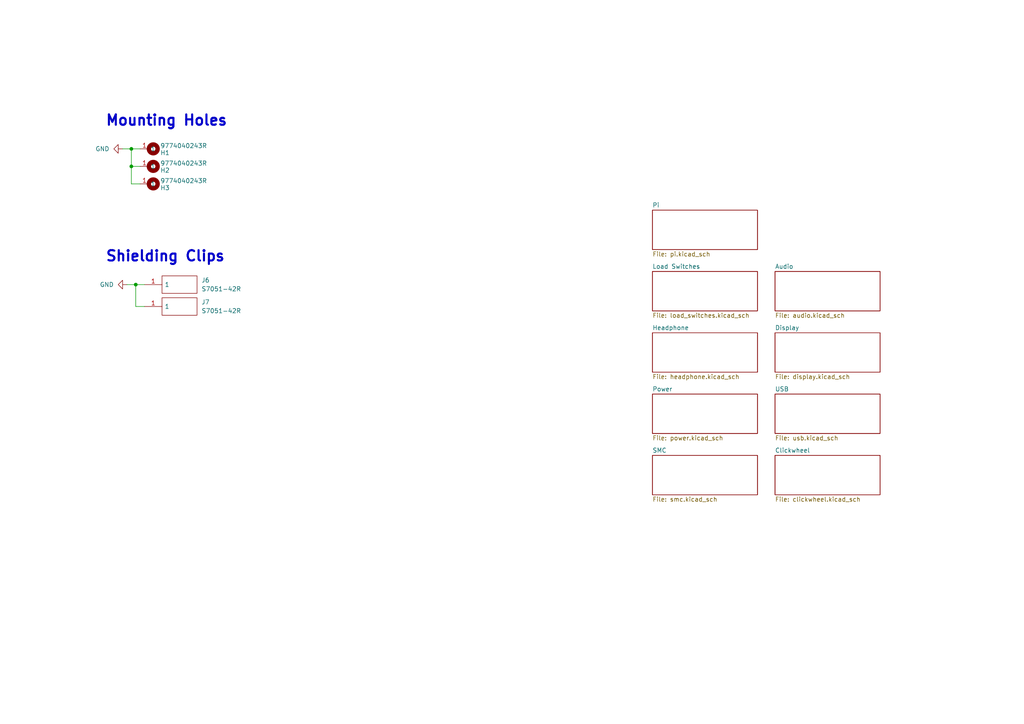
<source format=kicad_sch>
(kicad_sch (version 20211123) (generator eeschema)
  (paper "A4")
  (lib_symbols
    (symbol "gigahawk:9774040243R"
      (property "Reference" "H" (at 0 5.08 0))
      (property "Value" "9774040243R" (at 0 2.54 0))
      (symbol "9774040243R_0_1"
        (circle (center 0 -3.81) (radius 1.27) (stroke (width 1.27)))
      )
      (symbol "9774040243R_1_1"
        (pin input line (at 0 -7.62 90) (length 2.54) (name "1") (number "1"))
      )
    )
    (symbol "gigahawk:S7051-42R" (pin_names (offset 0.762))
      (property "Reference" "J" (at 16.51 7.62 0))
      (property "Value" "S7051-42R" (at 16.51 5.08 0))
      (symbol "S7051-42R_0_0"
        (pin passive line (at 0 0 0) (length 5.08) (name "1") (number "1"))
      )
      (symbol "S7051-42R_0_1"
        (polyline (pts (xy 5.08 2.54) (xy 15.24 2.54) (xy 15.24 -2.54) (xy 5.08 -2.54) (xy 5.08 2.54)) (stroke (width 0.1524)))
      )
    )
    (symbol "power:GND" (power) (pin_names (offset 0))
      (property "Value" "GND" (at 0 -3.81 0))
      (symbol "GND_0_1"
        (polyline (pts (xy 0 0) (xy 0 -1.27) (xy 1.27 -1.27) (xy 0 -2.54) (xy -1.27 -1.27) (xy 0 -1.27)))
      )
      (symbol "GND_1_1"
        (pin power_in line (at 0 0 270) (length 0) hide (name "GND") (number "1"))
      )
    )
  )
  (junction (at 38.1 43.18))
  (junction (at 39.37 82.55))
  (junction (at 38.1 48.26))
  (wire (pts (xy 40.64 53.34) (xy 38.1 53.34)))
  (wire (pts (xy 38.1 48.26) (xy 38.1 43.18)))
  (wire (pts (xy 36.83 82.55) (xy 39.37 82.55)))
  (wire (pts (xy 38.1 53.34) (xy 38.1 48.26)))
  (wire (pts (xy 39.37 82.55) (xy 41.91 82.55)))
  (wire (pts (xy 41.91 88.9) (xy 39.37 88.9)))
  (wire (pts (xy 40.64 48.26) (xy 38.1 48.26)))
  (wire (pts (xy 39.37 88.9) (xy 39.37 82.55)))
  (wire (pts (xy 35.56 43.18) (xy 38.1 43.18)))
  (wire (pts (xy 38.1 43.18) (xy 40.64 43.18)))
  (text "Mounting Holes" (at 30.48 36.83 0) (effects (font (size 3 3) (thickness 0.6) bold) (justify left bottom)))
  (text "Shielding Clips" (at 30.48 76.2 0) (effects (font (size 3 3) (thickness 0.6) bold) (justify left bottom)))
  (symbol (lib_id "gigahawk:S7051-42R") (at 41.91 88.9 0) (unit 1)
    (property "Reference" "J7" (at 58.42 87.6299 0) (effects (justify left)))
    (property "Value" "S7051-42R" (at 58.42 90.1699 0) (effects (justify left)))
    (property "Footprint" "Gigahawk:S705142R" (effects hide))
    (property "Datasheet" "https://cdn.harwin.com/pdfs/S7051R.pdf" (effects hide))
    (property "Description" "S7 PCB Connector Contact, SMT, Gold, Tin Plating" (effects hide))
    (property "Height" "6" (effects hide))
    (property "Mouser Part" "855-S7051-42R" (effects hide))
    (property "Mouser Price/Stock" "https://www.mouser.co.uk/ProductDetail/Harwin/S7051-42R?qs=Qom7kyPojXa30NoD3AVhZQ%3D%3D" (effects hide))
    (property "Manufacturer" "Harwin" (effects hide))
    (property "Manufacturer Part" "S7051-42R" (effects hide))
    (property "Digikey Part" "952-1741-1-ND" (effects hide))
    (property "Digikey Price/Stock" "https://www.digikey.ca/en/products/detail/harwin-inc/S7051-42R/3131057" (effects hide))
    (property "LCSC Part" "C3308712" (effects hide))
  )
  (symbol (lib_id "power:GND") (at 35.56 43.18 270) (unit 1)
    (property "Reference" "#PWR01" (effects hide))
    (property "Value" "GND" (at 31.75 43.1799 90) (effects (justify right)))
  )
  (symbol (lib_id "power:GND") (at 36.83 82.55 270) (unit 1)
    (property "Reference" "#PWR0131" (effects hide))
    (property "Value" "GND" (at 33.02 82.5499 90) (effects (justify right)))
  )
  (symbol (lib_id "gigahawk:9774040243R") (at 48.26 43.18 270) (unit 1)
    (property "Reference" "H1" (at 46.482 44.323 90) (effects (justify left)))
    (property "Value" "9774040243R" (at 46.482 42.291 90) (effects (justify left)))
    (property "Footprint" "Gigahawk:9774040243R" (effects hide))
    (property "Datasheet" "https://media.digikey.com/pdf/Data%20Sheets/Wurth%20Electronics%20PDFs/WA-SMSx_Performance_Flyer.pdf" (effects hide))
    (property "Manufacturer Part" "9774040243R" (effects hide))
    (property "Digikey Part" "732-7090-2-ND" (effects hide))
    (property "Digikey Price/Stock" "https://www.digikey.com/en/products/detail/w%C3%BCrth-elektronik/9774040243R/5320633" (effects hide))
    (property "Manufacturer" "Würth Elektronik" (effects hide))
    (property "Mouser Part" "710-9774040243R" (effects hide))
    (property "Mouser Price/Stock" "https://www.mouser.ca/ProductDetail/Wurth-Elektronik/9774040243R?qs=KRpiEsko4HmaEKFu8pgBnw%3D%3D" (effects hide))
    (property "Description" "Round Standoff Threaded M2x0.4 Steel 0.157\" (4.00mm)" (effects hide))
  )
  (symbol (lib_id "gigahawk:9774040243R") (at 48.26 53.34 270) (unit 1)
    (property "Reference" "H3" (at 46.482 54.483 90) (effects (justify left)))
    (property "Value" "9774040243R" (at 46.482 52.451 90) (effects (justify left)))
    (property "Footprint" "Gigahawk:9774040243R" (effects hide))
    (property "Datasheet" "https://media.digikey.com/pdf/Data%20Sheets/Wurth%20Electronics%20PDFs/WA-SMSx_Performance_Flyer.pdf" (effects hide))
    (property "Manufacturer Part" "9774040243R" (effects hide))
    (property "Digikey Part" "732-7090-2-ND" (effects hide))
    (property "Digikey Price/Stock" "https://www.digikey.com/en/products/detail/w%C3%BCrth-elektronik/9774040243R/5320633" (effects hide))
    (property "Manufacturer" "Würth Elektronik" (effects hide))
    (property "Mouser Part" "710-9774040243R" (effects hide))
    (property "Mouser Price/Stock" "https://www.mouser.ca/ProductDetail/Wurth-Elektronik/9774040243R?qs=KRpiEsko4HmaEKFu8pgBnw%3D%3D" (effects hide))
    (property "Description" "Round Standoff Threaded M2x0.4 Steel 0.157\" (4.00mm)" (effects hide))
  )
  (symbol (lib_id "gigahawk:S7051-42R") (at 41.91 82.55 0) (unit 1)
    (property "Reference" "J6" (at 58.42 81.2799 0) (effects (justify left)))
    (property "Value" "S7051-42R" (at 58.42 83.8199 0) (effects (justify left)))
    (property "Footprint" "Gigahawk:S705142R" (effects hide))
    (property "Datasheet" "https://cdn.harwin.com/pdfs/S7051R.pdf" (effects hide))
    (property "Description" "S7 PCB Connector Contact, SMT, Gold, Tin Plating" (effects hide))
    (property "Height" "6" (effects hide))
    (property "Mouser Part" "855-S7051-42R" (effects hide))
    (property "Mouser Price/Stock" "https://www.mouser.co.uk/ProductDetail/Harwin/S7051-42R?qs=Qom7kyPojXa30NoD3AVhZQ%3D%3D" (effects hide))
    (property "Manufacturer" "Harwin" (effects hide))
    (property "Manufacturer Part" "S7051-42R" (effects hide))
    (property "Digikey Part" "952-1741-1-ND" (effects hide))
    (property "Digikey Price/Stock" "https://www.digikey.ca/en/products/detail/harwin-inc/S7051-42R/3131057" (effects hide))
    (property "LCSC Part" "C3308712" (effects hide))
  )
  (symbol (lib_id "gigahawk:9774040243R") (at 48.26 48.26 270) (unit 1)
    (property "Reference" "H2" (at 46.482 49.403 90) (effects (justify left)))
    (property "Value" "9774040243R" (at 46.482 47.371 90) (effects (justify left)))
    (property "Footprint" "Gigahawk:9774040243R" (effects hide))
    (property "Datasheet" "https://media.digikey.com/pdf/Data%20Sheets/Wurth%20Electronics%20PDFs/WA-SMSx_Performance_Flyer.pdf" (effects hide))
    (property "Manufacturer Part" "9774040243R" (effects hide))
    (property "Digikey Part" "732-7090-2-ND" (effects hide))
    (property "Digikey Price/Stock" "https://www.digikey.com/en/products/detail/w%C3%BCrth-elektronik/9774040243R/5320633" (effects hide))
    (property "Manufacturer" "Würth Elektronik" (effects hide))
    (property "Mouser Part" "710-9774040243R" (effects hide))
    (property "Mouser Price/Stock" "https://www.mouser.ca/ProductDetail/Wurth-Elektronik/9774040243R?qs=KRpiEsko4HmaEKFu8pgBnw%3D%3D" (effects hide))
    (property "Description" "Round Standoff Threaded M2x0.4 Steel 0.157\" (4.00mm)" (effects hide))
  )
  (sheet (at 189.23 78.74) (size 30.48 11.43) (stroke (width 0.1524))
    (property "Sheet name" "Load Switches" (at 189.23 78.0284 0) (effects (justify left bottom)))
    (property "Sheet file" "load_switches.kicad_sch" (at 189.23 90.7546 0) (effects (justify left top)))
  )
  (sheet (at 224.79 96.52) (size 30.48 11.43) (stroke (width 0.1524))
    (property "Sheet name" "Display" (at 224.79 95.8084 0) (effects (justify left bottom)))
    (property "Sheet file" "display.kicad_sch" (at 224.79 108.5346 0) (effects (justify left top)))
  )
  (sheet (at 224.79 78.74) (size 30.48 11.43) (stroke (width 0.1524))
    (property "Sheet name" "Audio" (at 224.79 78.0284 0) (effects (justify left bottom)))
    (property "Sheet file" "audio.kicad_sch" (at 224.79 90.7546 0) (effects (justify left top)))
  )
  (sheet (at 224.79 114.3) (size 30.48 11.43) (stroke (width 0.1524))
    (property "Sheet name" "USB" (at 224.79 113.5884 0) (effects (justify left bottom)))
    (property "Sheet file" "usb.kicad_sch" (at 224.79 126.3146 0) (effects (justify left top)))
  )
  (sheet (at 189.23 114.3) (size 30.48 11.43) (stroke (width 0.1524))
    (property "Sheet name" "Power" (at 189.23 113.5884 0) (effects (justify left bottom)))
    (property "Sheet file" "power.kicad_sch" (at 189.23 126.3146 0) (effects (justify left top)))
  )
  (sheet (at 189.23 60.96) (size 30.48 11.43) (stroke (width 0.1524))
    (property "Sheet name" "Pi" (at 189.23 60.2484 0) (effects (justify left bottom)))
    (property "Sheet file" "pi.kicad_sch" (at 189.23 72.9746 0) (effects (justify left top)))
  )
  (sheet (at 224.79 132.08) (size 30.48 11.43) (stroke (width 0.1524))
    (property "Sheet name" "Clickwheel" (at 224.79 131.3684 0) (effects (justify left bottom)))
    (property "Sheet file" "clickwheel.kicad_sch" (at 224.79 144.0946 0) (effects (justify left top)))
  )
  (sheet (at 189.23 96.52) (size 30.48 11.43) (stroke (width 0.1524))
    (property "Sheet name" "Headphone" (at 189.23 95.8084 0) (effects (justify left bottom)))
    (property "Sheet file" "headphone.kicad_sch" (at 189.23 108.5346 0) (effects (justify left top)))
  )
  (sheet (at 189.23 132.08) (size 30.48 11.43) (stroke (width 0.1524))
    (property "Sheet name" "SMC" (at 189.23 131.3684 0) (effects (justify left bottom)))
    (property "Sheet file" "smc.kicad_sch" (at 189.23 144.0946 0) (effects (justify left top)))
  )
)
</source>
